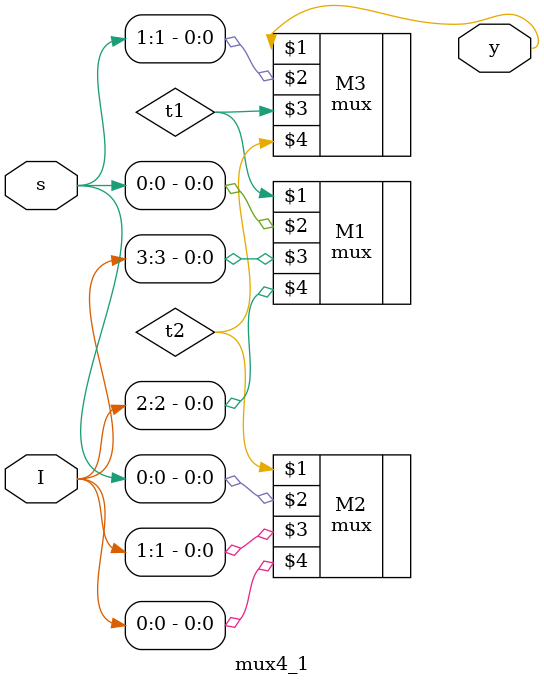
<source format=v>
module mux4_1(y,s,I);
input [3:0] I;
input [1:0] s;
output y;
wire t1,t2;

mux M1(t1,s[0],I[3],I[2]);
mux M2(t2,s[0],I[1],I[0]);
mux M3(y,s[1],t1,t2);
endmodule
</source>
